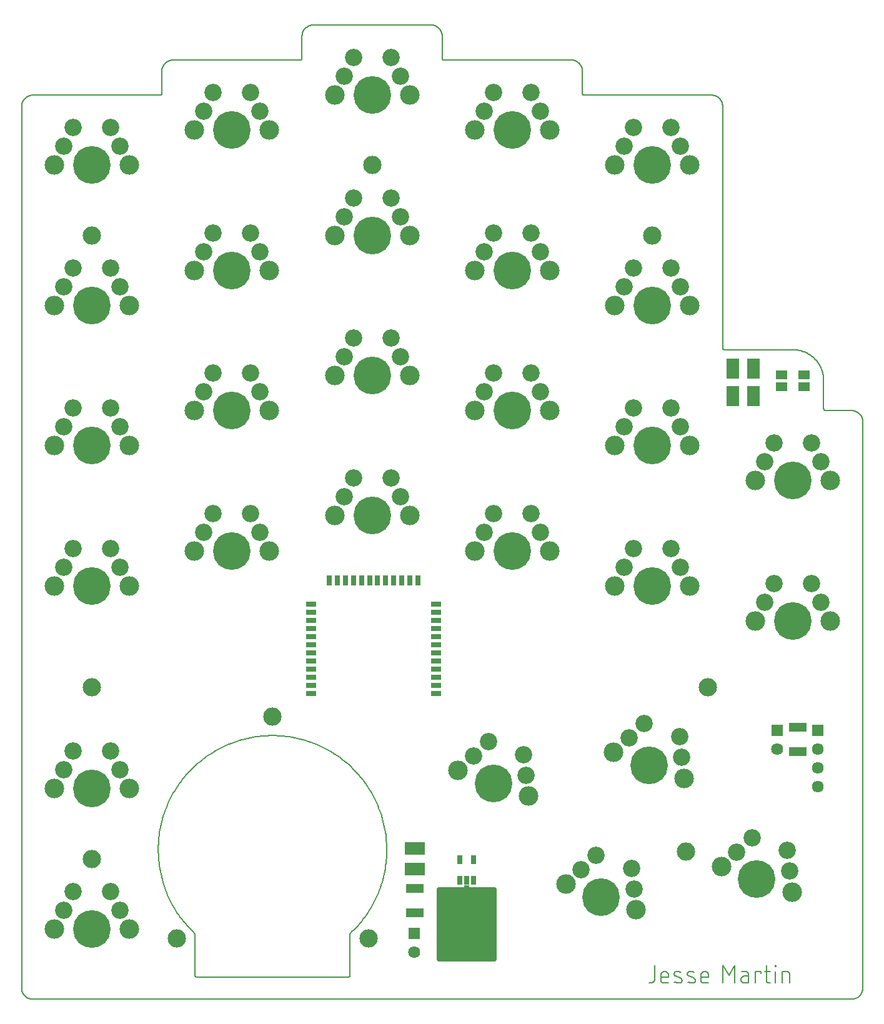
<source format=gts>
G75*
%MOIN*%
%OFA0B0*%
%FSLAX25Y25*%
%IPPOS*%
%LPD*%
%AMOC8*
5,1,8,0,0,1.08239X$1,22.5*
%
%ADD10C,0.00600*%
%ADD11C,0.00800*%
%ADD12R,0.02756X0.01772*%
%ADD13C,0.02000*%
%ADD14C,0.09250*%
%ADD15C,0.10450*%
%ADD16C,0.20100*%
%ADD17R,0.02900X0.05400*%
%ADD18R,0.05400X0.02900*%
%ADD19R,0.05912X0.04731*%
%ADD20R,0.06337X0.06337*%
%ADD21C,0.06337*%
%ADD22R,0.02762X0.04731*%
%ADD23R,0.11030X0.06699*%
%ADD24R,0.06699X0.11030*%
%ADD25R,0.09455X0.04731*%
%ADD26R,0.06400X0.06400*%
%ADD27C,0.06400*%
%ADD28C,0.09775*%
D10*
X0089883Y0074135D02*
X0089883Y0544607D01*
X0089882Y0544607D02*
X0089884Y0544759D01*
X0089890Y0544911D01*
X0089900Y0545063D01*
X0089913Y0545214D01*
X0089931Y0545365D01*
X0089952Y0545516D01*
X0089978Y0545666D01*
X0090007Y0545815D01*
X0090040Y0545964D01*
X0090077Y0546111D01*
X0090117Y0546258D01*
X0090162Y0546403D01*
X0090210Y0546547D01*
X0090262Y0546690D01*
X0090317Y0546832D01*
X0090376Y0546972D01*
X0090439Y0547111D01*
X0090505Y0547248D01*
X0090575Y0547383D01*
X0090648Y0547516D01*
X0090725Y0547647D01*
X0090805Y0547777D01*
X0090888Y0547904D01*
X0090974Y0548029D01*
X0091064Y0548152D01*
X0091157Y0548272D01*
X0091253Y0548390D01*
X0091352Y0548506D01*
X0091454Y0548619D01*
X0091558Y0548729D01*
X0091666Y0548837D01*
X0091776Y0548941D01*
X0091889Y0549043D01*
X0092005Y0549142D01*
X0092123Y0549238D01*
X0092243Y0549331D01*
X0092366Y0549421D01*
X0092491Y0549507D01*
X0092618Y0549590D01*
X0092748Y0549670D01*
X0092879Y0549747D01*
X0093012Y0549820D01*
X0093147Y0549890D01*
X0093284Y0549956D01*
X0093423Y0550019D01*
X0093563Y0550078D01*
X0093705Y0550133D01*
X0093848Y0550185D01*
X0093992Y0550233D01*
X0094137Y0550278D01*
X0094284Y0550318D01*
X0094431Y0550355D01*
X0094580Y0550388D01*
X0094729Y0550417D01*
X0094879Y0550443D01*
X0095030Y0550464D01*
X0095181Y0550482D01*
X0095332Y0550495D01*
X0095484Y0550505D01*
X0095636Y0550511D01*
X0095788Y0550513D01*
X0163702Y0550513D01*
X0163764Y0550515D01*
X0163825Y0550521D01*
X0163886Y0550530D01*
X0163947Y0550544D01*
X0164006Y0550561D01*
X0164064Y0550582D01*
X0164121Y0550607D01*
X0164176Y0550635D01*
X0164229Y0550666D01*
X0164280Y0550701D01*
X0164329Y0550739D01*
X0164376Y0550780D01*
X0164419Y0550823D01*
X0164460Y0550870D01*
X0164498Y0550919D01*
X0164533Y0550970D01*
X0164564Y0551023D01*
X0164592Y0551078D01*
X0164617Y0551135D01*
X0164638Y0551193D01*
X0164655Y0551252D01*
X0164669Y0551313D01*
X0164678Y0551374D01*
X0164684Y0551435D01*
X0164686Y0551497D01*
X0164686Y0563308D01*
X0164685Y0563308D02*
X0164687Y0563460D01*
X0164693Y0563612D01*
X0164703Y0563764D01*
X0164716Y0563915D01*
X0164734Y0564066D01*
X0164755Y0564217D01*
X0164781Y0564367D01*
X0164810Y0564516D01*
X0164843Y0564665D01*
X0164880Y0564812D01*
X0164920Y0564959D01*
X0164965Y0565104D01*
X0165013Y0565248D01*
X0165065Y0565391D01*
X0165120Y0565533D01*
X0165179Y0565673D01*
X0165242Y0565812D01*
X0165308Y0565949D01*
X0165378Y0566084D01*
X0165451Y0566217D01*
X0165528Y0566348D01*
X0165608Y0566478D01*
X0165691Y0566605D01*
X0165777Y0566730D01*
X0165867Y0566853D01*
X0165960Y0566973D01*
X0166056Y0567091D01*
X0166155Y0567207D01*
X0166257Y0567320D01*
X0166361Y0567430D01*
X0166469Y0567538D01*
X0166579Y0567642D01*
X0166692Y0567744D01*
X0166808Y0567843D01*
X0166926Y0567939D01*
X0167046Y0568032D01*
X0167169Y0568122D01*
X0167294Y0568208D01*
X0167421Y0568291D01*
X0167551Y0568371D01*
X0167682Y0568448D01*
X0167815Y0568521D01*
X0167950Y0568591D01*
X0168087Y0568657D01*
X0168226Y0568720D01*
X0168366Y0568779D01*
X0168508Y0568834D01*
X0168651Y0568886D01*
X0168795Y0568934D01*
X0168940Y0568979D01*
X0169087Y0569019D01*
X0169234Y0569056D01*
X0169383Y0569089D01*
X0169532Y0569118D01*
X0169682Y0569144D01*
X0169833Y0569165D01*
X0169984Y0569183D01*
X0170135Y0569196D01*
X0170287Y0569206D01*
X0170439Y0569212D01*
X0170591Y0569214D01*
X0170591Y0569213D02*
X0238505Y0569213D01*
X0238505Y0569214D02*
X0238567Y0569216D01*
X0238628Y0569222D01*
X0238689Y0569231D01*
X0238750Y0569245D01*
X0238809Y0569262D01*
X0238867Y0569283D01*
X0238924Y0569308D01*
X0238979Y0569336D01*
X0239032Y0569367D01*
X0239083Y0569402D01*
X0239132Y0569440D01*
X0239179Y0569481D01*
X0239222Y0569524D01*
X0239263Y0569571D01*
X0239301Y0569620D01*
X0239336Y0569671D01*
X0239367Y0569724D01*
X0239395Y0569779D01*
X0239420Y0569836D01*
X0239441Y0569894D01*
X0239458Y0569953D01*
X0239472Y0570014D01*
X0239481Y0570075D01*
X0239487Y0570136D01*
X0239489Y0570198D01*
X0239489Y0582009D01*
X0239488Y0582009D02*
X0239490Y0582161D01*
X0239496Y0582313D01*
X0239506Y0582465D01*
X0239519Y0582616D01*
X0239537Y0582767D01*
X0239558Y0582918D01*
X0239584Y0583068D01*
X0239613Y0583217D01*
X0239646Y0583366D01*
X0239683Y0583513D01*
X0239723Y0583660D01*
X0239768Y0583805D01*
X0239816Y0583949D01*
X0239868Y0584092D01*
X0239923Y0584234D01*
X0239982Y0584374D01*
X0240045Y0584513D01*
X0240111Y0584650D01*
X0240181Y0584785D01*
X0240254Y0584918D01*
X0240331Y0585049D01*
X0240411Y0585179D01*
X0240494Y0585306D01*
X0240580Y0585431D01*
X0240670Y0585554D01*
X0240763Y0585674D01*
X0240859Y0585792D01*
X0240958Y0585908D01*
X0241060Y0586021D01*
X0241164Y0586131D01*
X0241272Y0586239D01*
X0241382Y0586343D01*
X0241495Y0586445D01*
X0241611Y0586544D01*
X0241729Y0586640D01*
X0241849Y0586733D01*
X0241972Y0586823D01*
X0242097Y0586909D01*
X0242224Y0586992D01*
X0242354Y0587072D01*
X0242485Y0587149D01*
X0242618Y0587222D01*
X0242753Y0587292D01*
X0242890Y0587358D01*
X0243029Y0587421D01*
X0243169Y0587480D01*
X0243311Y0587535D01*
X0243454Y0587587D01*
X0243598Y0587635D01*
X0243743Y0587680D01*
X0243890Y0587720D01*
X0244037Y0587757D01*
X0244186Y0587790D01*
X0244335Y0587819D01*
X0244485Y0587845D01*
X0244636Y0587866D01*
X0244787Y0587884D01*
X0244938Y0587897D01*
X0245090Y0587907D01*
X0245242Y0587913D01*
X0245394Y0587915D01*
X0245394Y0587914D02*
X0308387Y0587914D01*
X0308387Y0587915D02*
X0308539Y0587913D01*
X0308691Y0587907D01*
X0308843Y0587897D01*
X0308994Y0587884D01*
X0309145Y0587866D01*
X0309296Y0587845D01*
X0309446Y0587819D01*
X0309595Y0587790D01*
X0309744Y0587757D01*
X0309891Y0587720D01*
X0310038Y0587680D01*
X0310183Y0587635D01*
X0310327Y0587587D01*
X0310470Y0587535D01*
X0310612Y0587480D01*
X0310752Y0587421D01*
X0310891Y0587358D01*
X0311028Y0587292D01*
X0311163Y0587222D01*
X0311296Y0587149D01*
X0311427Y0587072D01*
X0311557Y0586992D01*
X0311684Y0586909D01*
X0311809Y0586823D01*
X0311932Y0586733D01*
X0312052Y0586640D01*
X0312170Y0586544D01*
X0312286Y0586445D01*
X0312399Y0586343D01*
X0312509Y0586239D01*
X0312617Y0586131D01*
X0312721Y0586021D01*
X0312823Y0585908D01*
X0312922Y0585792D01*
X0313018Y0585674D01*
X0313111Y0585554D01*
X0313201Y0585431D01*
X0313287Y0585306D01*
X0313370Y0585179D01*
X0313450Y0585049D01*
X0313527Y0584918D01*
X0313600Y0584785D01*
X0313670Y0584650D01*
X0313736Y0584513D01*
X0313799Y0584374D01*
X0313858Y0584234D01*
X0313913Y0584092D01*
X0313965Y0583949D01*
X0314013Y0583805D01*
X0314058Y0583660D01*
X0314098Y0583513D01*
X0314135Y0583366D01*
X0314168Y0583217D01*
X0314197Y0583068D01*
X0314223Y0582918D01*
X0314244Y0582767D01*
X0314262Y0582616D01*
X0314275Y0582465D01*
X0314285Y0582313D01*
X0314291Y0582161D01*
X0314293Y0582009D01*
X0314292Y0582009D02*
X0314292Y0570198D01*
X0314294Y0570136D01*
X0314300Y0570075D01*
X0314309Y0570014D01*
X0314323Y0569953D01*
X0314340Y0569894D01*
X0314361Y0569836D01*
X0314386Y0569779D01*
X0314414Y0569724D01*
X0314445Y0569671D01*
X0314480Y0569620D01*
X0314518Y0569571D01*
X0314559Y0569524D01*
X0314602Y0569481D01*
X0314649Y0569440D01*
X0314698Y0569402D01*
X0314749Y0569367D01*
X0314802Y0569336D01*
X0314857Y0569308D01*
X0314914Y0569283D01*
X0314972Y0569262D01*
X0315031Y0569245D01*
X0315092Y0569231D01*
X0315153Y0569222D01*
X0315214Y0569216D01*
X0315276Y0569214D01*
X0315276Y0569213D02*
X0383190Y0569213D01*
X0383190Y0569214D02*
X0383342Y0569212D01*
X0383494Y0569206D01*
X0383646Y0569196D01*
X0383797Y0569183D01*
X0383948Y0569165D01*
X0384099Y0569144D01*
X0384249Y0569118D01*
X0384398Y0569089D01*
X0384547Y0569056D01*
X0384694Y0569019D01*
X0384841Y0568979D01*
X0384986Y0568934D01*
X0385130Y0568886D01*
X0385273Y0568834D01*
X0385415Y0568779D01*
X0385555Y0568720D01*
X0385694Y0568657D01*
X0385831Y0568591D01*
X0385966Y0568521D01*
X0386099Y0568448D01*
X0386230Y0568371D01*
X0386360Y0568291D01*
X0386487Y0568208D01*
X0386612Y0568122D01*
X0386735Y0568032D01*
X0386855Y0567939D01*
X0386973Y0567843D01*
X0387089Y0567744D01*
X0387202Y0567642D01*
X0387312Y0567538D01*
X0387420Y0567430D01*
X0387524Y0567320D01*
X0387626Y0567207D01*
X0387725Y0567091D01*
X0387821Y0566973D01*
X0387914Y0566853D01*
X0388004Y0566730D01*
X0388090Y0566605D01*
X0388173Y0566478D01*
X0388253Y0566348D01*
X0388330Y0566217D01*
X0388403Y0566084D01*
X0388473Y0565949D01*
X0388539Y0565812D01*
X0388602Y0565673D01*
X0388661Y0565533D01*
X0388716Y0565391D01*
X0388768Y0565248D01*
X0388816Y0565104D01*
X0388861Y0564959D01*
X0388901Y0564812D01*
X0388938Y0564665D01*
X0388971Y0564516D01*
X0389000Y0564367D01*
X0389026Y0564217D01*
X0389047Y0564066D01*
X0389065Y0563915D01*
X0389078Y0563764D01*
X0389088Y0563612D01*
X0389094Y0563460D01*
X0389096Y0563308D01*
X0389095Y0563308D02*
X0389095Y0551497D01*
X0389096Y0551497D02*
X0389098Y0551435D01*
X0389104Y0551374D01*
X0389113Y0551313D01*
X0389127Y0551252D01*
X0389144Y0551193D01*
X0389165Y0551135D01*
X0389190Y0551078D01*
X0389218Y0551023D01*
X0389249Y0550970D01*
X0389284Y0550919D01*
X0389322Y0550870D01*
X0389363Y0550823D01*
X0389406Y0550780D01*
X0389453Y0550739D01*
X0389502Y0550701D01*
X0389553Y0550666D01*
X0389606Y0550635D01*
X0389661Y0550607D01*
X0389718Y0550582D01*
X0389776Y0550561D01*
X0389835Y0550544D01*
X0389896Y0550530D01*
X0389957Y0550521D01*
X0390018Y0550515D01*
X0390080Y0550513D01*
X0457993Y0550513D01*
X0458145Y0550511D01*
X0458297Y0550505D01*
X0458449Y0550495D01*
X0458600Y0550482D01*
X0458751Y0550464D01*
X0458902Y0550443D01*
X0459052Y0550417D01*
X0459201Y0550388D01*
X0459350Y0550355D01*
X0459497Y0550318D01*
X0459644Y0550278D01*
X0459789Y0550233D01*
X0459933Y0550185D01*
X0460076Y0550133D01*
X0460218Y0550078D01*
X0460358Y0550019D01*
X0460497Y0549956D01*
X0460634Y0549890D01*
X0460769Y0549820D01*
X0460902Y0549747D01*
X0461033Y0549670D01*
X0461163Y0549590D01*
X0461290Y0549507D01*
X0461415Y0549421D01*
X0461538Y0549331D01*
X0461658Y0549238D01*
X0461776Y0549142D01*
X0461892Y0549043D01*
X0462005Y0548941D01*
X0462115Y0548837D01*
X0462223Y0548729D01*
X0462327Y0548619D01*
X0462429Y0548506D01*
X0462528Y0548390D01*
X0462624Y0548272D01*
X0462717Y0548152D01*
X0462807Y0548029D01*
X0462893Y0547904D01*
X0462976Y0547777D01*
X0463056Y0547647D01*
X0463133Y0547516D01*
X0463206Y0547383D01*
X0463276Y0547248D01*
X0463342Y0547111D01*
X0463405Y0546972D01*
X0463464Y0546832D01*
X0463519Y0546690D01*
X0463571Y0546547D01*
X0463619Y0546403D01*
X0463664Y0546258D01*
X0463704Y0546111D01*
X0463741Y0545964D01*
X0463774Y0545815D01*
X0463803Y0545666D01*
X0463829Y0545516D01*
X0463850Y0545365D01*
X0463868Y0545214D01*
X0463881Y0545063D01*
X0463891Y0544911D01*
X0463897Y0544759D01*
X0463899Y0544607D01*
X0463898Y0544607D02*
X0463898Y0415670D01*
X0463899Y0415670D02*
X0463901Y0415608D01*
X0463907Y0415547D01*
X0463916Y0415486D01*
X0463930Y0415425D01*
X0463947Y0415366D01*
X0463968Y0415308D01*
X0463993Y0415251D01*
X0464021Y0415196D01*
X0464052Y0415143D01*
X0464087Y0415092D01*
X0464125Y0415043D01*
X0464166Y0414996D01*
X0464209Y0414953D01*
X0464256Y0414912D01*
X0464305Y0414874D01*
X0464356Y0414839D01*
X0464409Y0414808D01*
X0464464Y0414780D01*
X0464521Y0414755D01*
X0464579Y0414734D01*
X0464638Y0414717D01*
X0464699Y0414703D01*
X0464760Y0414694D01*
X0464821Y0414688D01*
X0464883Y0414686D01*
X0501300Y0414686D01*
X0501300Y0414685D02*
X0501700Y0414680D01*
X0502099Y0414666D01*
X0502498Y0414642D01*
X0502896Y0414608D01*
X0503293Y0414564D01*
X0503689Y0414511D01*
X0504084Y0414449D01*
X0504477Y0414377D01*
X0504868Y0414295D01*
X0505257Y0414205D01*
X0505644Y0414104D01*
X0506028Y0413995D01*
X0506410Y0413876D01*
X0506788Y0413748D01*
X0507163Y0413610D01*
X0507535Y0413464D01*
X0507903Y0413309D01*
X0508268Y0413145D01*
X0508628Y0412972D01*
X0508984Y0412791D01*
X0509336Y0412601D01*
X0509683Y0412403D01*
X0510025Y0412196D01*
X0510361Y0411981D01*
X0510693Y0411758D01*
X0511019Y0411527D01*
X0511339Y0411288D01*
X0511654Y0411042D01*
X0511962Y0410788D01*
X0512265Y0410527D01*
X0512561Y0410258D01*
X0512850Y0409982D01*
X0513132Y0409700D01*
X0513408Y0409411D01*
X0513677Y0409115D01*
X0513938Y0408812D01*
X0514192Y0408504D01*
X0514438Y0408189D01*
X0514677Y0407869D01*
X0514908Y0407543D01*
X0515131Y0407211D01*
X0515346Y0406875D01*
X0515553Y0406533D01*
X0515751Y0406186D01*
X0515941Y0405834D01*
X0516122Y0405478D01*
X0516295Y0405118D01*
X0516459Y0404753D01*
X0516614Y0404385D01*
X0516760Y0404013D01*
X0516898Y0403638D01*
X0517026Y0403260D01*
X0517145Y0402878D01*
X0517254Y0402494D01*
X0517355Y0402107D01*
X0517445Y0401718D01*
X0517527Y0401327D01*
X0517599Y0400934D01*
X0517661Y0400539D01*
X0517714Y0400143D01*
X0517758Y0399746D01*
X0517792Y0399348D01*
X0517816Y0398949D01*
X0517830Y0398550D01*
X0517835Y0398150D01*
X0517835Y0383190D01*
X0517836Y0383190D02*
X0517838Y0383128D01*
X0517844Y0383067D01*
X0517853Y0383006D01*
X0517867Y0382945D01*
X0517884Y0382886D01*
X0517905Y0382828D01*
X0517930Y0382771D01*
X0517958Y0382716D01*
X0517989Y0382663D01*
X0518024Y0382612D01*
X0518062Y0382563D01*
X0518103Y0382516D01*
X0518146Y0382473D01*
X0518193Y0382432D01*
X0518242Y0382394D01*
X0518293Y0382359D01*
X0518346Y0382328D01*
X0518401Y0382300D01*
X0518458Y0382275D01*
X0518516Y0382254D01*
X0518575Y0382237D01*
X0518636Y0382223D01*
X0518697Y0382214D01*
X0518758Y0382208D01*
X0518820Y0382206D01*
X0532796Y0382206D01*
X0532948Y0382204D01*
X0533100Y0382198D01*
X0533252Y0382188D01*
X0533403Y0382175D01*
X0533554Y0382157D01*
X0533705Y0382136D01*
X0533855Y0382110D01*
X0534004Y0382081D01*
X0534153Y0382048D01*
X0534300Y0382011D01*
X0534447Y0381971D01*
X0534592Y0381926D01*
X0534736Y0381878D01*
X0534879Y0381826D01*
X0535021Y0381771D01*
X0535161Y0381712D01*
X0535300Y0381649D01*
X0535437Y0381583D01*
X0535572Y0381513D01*
X0535705Y0381440D01*
X0535836Y0381363D01*
X0535966Y0381283D01*
X0536093Y0381200D01*
X0536218Y0381114D01*
X0536341Y0381024D01*
X0536461Y0380931D01*
X0536579Y0380835D01*
X0536695Y0380736D01*
X0536808Y0380634D01*
X0536918Y0380530D01*
X0537026Y0380422D01*
X0537130Y0380312D01*
X0537232Y0380199D01*
X0537331Y0380083D01*
X0537427Y0379965D01*
X0537520Y0379845D01*
X0537610Y0379722D01*
X0537696Y0379597D01*
X0537779Y0379470D01*
X0537859Y0379340D01*
X0537936Y0379209D01*
X0538009Y0379076D01*
X0538079Y0378941D01*
X0538145Y0378804D01*
X0538208Y0378665D01*
X0538267Y0378525D01*
X0538322Y0378383D01*
X0538374Y0378240D01*
X0538422Y0378096D01*
X0538467Y0377951D01*
X0538507Y0377804D01*
X0538544Y0377657D01*
X0538577Y0377508D01*
X0538606Y0377359D01*
X0538632Y0377209D01*
X0538653Y0377058D01*
X0538671Y0376907D01*
X0538684Y0376756D01*
X0538694Y0376604D01*
X0538700Y0376452D01*
X0538702Y0376300D01*
X0538702Y0074135D01*
X0538700Y0073983D01*
X0538694Y0073831D01*
X0538684Y0073679D01*
X0538671Y0073528D01*
X0538653Y0073377D01*
X0538632Y0073226D01*
X0538606Y0073076D01*
X0538577Y0072927D01*
X0538544Y0072778D01*
X0538507Y0072631D01*
X0538467Y0072484D01*
X0538422Y0072339D01*
X0538374Y0072195D01*
X0538322Y0072052D01*
X0538267Y0071910D01*
X0538208Y0071770D01*
X0538145Y0071631D01*
X0538079Y0071494D01*
X0538009Y0071359D01*
X0537936Y0071226D01*
X0537859Y0071095D01*
X0537779Y0070965D01*
X0537696Y0070838D01*
X0537610Y0070713D01*
X0537520Y0070590D01*
X0537427Y0070470D01*
X0537331Y0070352D01*
X0537232Y0070236D01*
X0537130Y0070123D01*
X0537026Y0070013D01*
X0536918Y0069905D01*
X0536808Y0069801D01*
X0536695Y0069699D01*
X0536579Y0069600D01*
X0536461Y0069504D01*
X0536341Y0069411D01*
X0536218Y0069321D01*
X0536093Y0069235D01*
X0535966Y0069152D01*
X0535836Y0069072D01*
X0535705Y0068995D01*
X0535572Y0068922D01*
X0535437Y0068852D01*
X0535300Y0068786D01*
X0535161Y0068723D01*
X0535021Y0068664D01*
X0534879Y0068609D01*
X0534736Y0068557D01*
X0534592Y0068509D01*
X0534447Y0068464D01*
X0534300Y0068424D01*
X0534153Y0068387D01*
X0534004Y0068354D01*
X0533855Y0068325D01*
X0533705Y0068299D01*
X0533554Y0068278D01*
X0533403Y0068260D01*
X0533252Y0068247D01*
X0533100Y0068237D01*
X0532948Y0068231D01*
X0532796Y0068229D01*
X0095788Y0068229D01*
X0095636Y0068231D01*
X0095484Y0068237D01*
X0095332Y0068247D01*
X0095181Y0068260D01*
X0095030Y0068278D01*
X0094879Y0068299D01*
X0094729Y0068325D01*
X0094580Y0068354D01*
X0094431Y0068387D01*
X0094284Y0068424D01*
X0094137Y0068464D01*
X0093992Y0068509D01*
X0093848Y0068557D01*
X0093705Y0068609D01*
X0093563Y0068664D01*
X0093423Y0068723D01*
X0093284Y0068786D01*
X0093147Y0068852D01*
X0093012Y0068922D01*
X0092879Y0068995D01*
X0092748Y0069072D01*
X0092618Y0069152D01*
X0092491Y0069235D01*
X0092366Y0069321D01*
X0092243Y0069411D01*
X0092123Y0069504D01*
X0092005Y0069600D01*
X0091889Y0069699D01*
X0091776Y0069801D01*
X0091666Y0069905D01*
X0091558Y0070013D01*
X0091454Y0070123D01*
X0091352Y0070236D01*
X0091253Y0070352D01*
X0091157Y0070470D01*
X0091064Y0070590D01*
X0090974Y0070713D01*
X0090888Y0070838D01*
X0090805Y0070965D01*
X0090725Y0071095D01*
X0090648Y0071226D01*
X0090575Y0071359D01*
X0090505Y0071494D01*
X0090439Y0071631D01*
X0090376Y0071770D01*
X0090317Y0071910D01*
X0090262Y0072052D01*
X0090210Y0072195D01*
X0090162Y0072339D01*
X0090117Y0072484D01*
X0090077Y0072631D01*
X0090040Y0072778D01*
X0090007Y0072927D01*
X0089978Y0073076D01*
X0089952Y0073226D01*
X0089931Y0073377D01*
X0089913Y0073528D01*
X0089900Y0073679D01*
X0089890Y0073831D01*
X0089884Y0073983D01*
X0089882Y0074135D01*
X0182402Y0081024D02*
X0182402Y0103072D01*
X0182403Y0081024D02*
X0182405Y0080962D01*
X0182411Y0080901D01*
X0182420Y0080840D01*
X0182434Y0080779D01*
X0182451Y0080720D01*
X0182472Y0080662D01*
X0182497Y0080605D01*
X0182525Y0080550D01*
X0182556Y0080497D01*
X0182591Y0080446D01*
X0182629Y0080397D01*
X0182670Y0080350D01*
X0182713Y0080307D01*
X0182760Y0080266D01*
X0182809Y0080228D01*
X0182860Y0080193D01*
X0182913Y0080162D01*
X0182968Y0080134D01*
X0183025Y0080109D01*
X0183083Y0080088D01*
X0183142Y0080071D01*
X0183203Y0080057D01*
X0183264Y0080048D01*
X0183325Y0080042D01*
X0183387Y0080040D01*
X0264095Y0080040D01*
X0264157Y0080042D01*
X0264218Y0080048D01*
X0264279Y0080057D01*
X0264340Y0080071D01*
X0264399Y0080088D01*
X0264457Y0080109D01*
X0264514Y0080134D01*
X0264569Y0080162D01*
X0264622Y0080193D01*
X0264673Y0080228D01*
X0264722Y0080266D01*
X0264769Y0080307D01*
X0264812Y0080350D01*
X0264853Y0080397D01*
X0264891Y0080446D01*
X0264926Y0080497D01*
X0264957Y0080550D01*
X0264985Y0080605D01*
X0265010Y0080662D01*
X0265031Y0080720D01*
X0265048Y0080779D01*
X0265062Y0080840D01*
X0265071Y0080901D01*
X0265077Y0080962D01*
X0265079Y0081024D01*
X0265080Y0081024D02*
X0265080Y0103072D01*
X0265079Y0103072D02*
X0266162Y0104096D01*
X0267219Y0105146D01*
X0268250Y0106222D01*
X0269255Y0107322D01*
X0270232Y0108447D01*
X0271182Y0109595D01*
X0272103Y0110767D01*
X0272995Y0111960D01*
X0273858Y0113175D01*
X0274691Y0114411D01*
X0275493Y0115666D01*
X0276265Y0116941D01*
X0277005Y0118235D01*
X0277713Y0119546D01*
X0278389Y0120874D01*
X0279033Y0122218D01*
X0279643Y0123577D01*
X0280220Y0124951D01*
X0280763Y0126339D01*
X0281272Y0127739D01*
X0281746Y0129152D01*
X0282186Y0130576D01*
X0282591Y0132010D01*
X0282961Y0133453D01*
X0283295Y0134905D01*
X0283594Y0136365D01*
X0283857Y0137832D01*
X0284084Y0139305D01*
X0284275Y0140783D01*
X0284430Y0142265D01*
X0284549Y0143750D01*
X0284631Y0145238D01*
X0284677Y0146727D01*
X0284686Y0148217D01*
X0284659Y0149707D01*
X0284595Y0151196D01*
X0284495Y0152683D01*
X0284359Y0154167D01*
X0284187Y0155647D01*
X0283978Y0157122D01*
X0283734Y0158592D01*
X0283453Y0160056D01*
X0283137Y0161512D01*
X0282785Y0162960D01*
X0282399Y0164399D01*
X0281977Y0165828D01*
X0281520Y0167247D01*
X0281028Y0168654D01*
X0280503Y0170048D01*
X0279943Y0171429D01*
X0279350Y0172796D01*
X0278724Y0174148D01*
X0278064Y0175484D01*
X0277373Y0176804D01*
X0276649Y0178107D01*
X0275893Y0179391D01*
X0275107Y0180657D01*
X0274290Y0181903D01*
X0273442Y0183129D01*
X0272565Y0184333D01*
X0271658Y0185516D01*
X0270723Y0186676D01*
X0269760Y0187813D01*
X0268769Y0188926D01*
X0267752Y0190015D01*
X0266708Y0191078D01*
X0265638Y0192116D01*
X0264544Y0193127D01*
X0263425Y0194111D01*
X0262282Y0195067D01*
X0261116Y0195995D01*
X0259928Y0196895D01*
X0258718Y0197765D01*
X0257488Y0198605D01*
X0256237Y0199415D01*
X0254967Y0200194D01*
X0253678Y0200942D01*
X0252371Y0201658D01*
X0251047Y0202342D01*
X0249707Y0202993D01*
X0248351Y0203611D01*
X0246980Y0204196D01*
X0245596Y0204748D01*
X0244198Y0205265D01*
X0242789Y0205748D01*
X0241368Y0206196D01*
X0239936Y0206610D01*
X0238495Y0206988D01*
X0237045Y0207331D01*
X0235587Y0207639D01*
X0234121Y0207910D01*
X0232650Y0208146D01*
X0231173Y0208346D01*
X0229692Y0208510D01*
X0228208Y0208637D01*
X0226720Y0208728D01*
X0225231Y0208783D01*
X0223741Y0208801D01*
X0222251Y0208783D01*
X0220762Y0208728D01*
X0219274Y0208637D01*
X0217790Y0208510D01*
X0216309Y0208346D01*
X0214832Y0208146D01*
X0213361Y0207910D01*
X0211895Y0207639D01*
X0210437Y0207331D01*
X0208987Y0206988D01*
X0207546Y0206610D01*
X0206114Y0206196D01*
X0204693Y0205748D01*
X0203284Y0205265D01*
X0201886Y0204748D01*
X0200502Y0204196D01*
X0199131Y0203611D01*
X0197775Y0202993D01*
X0196435Y0202342D01*
X0195111Y0201658D01*
X0193804Y0200942D01*
X0192515Y0200194D01*
X0191245Y0199415D01*
X0189994Y0198605D01*
X0188764Y0197765D01*
X0187554Y0196895D01*
X0186366Y0195995D01*
X0185200Y0195067D01*
X0184057Y0194111D01*
X0182938Y0193127D01*
X0181844Y0192116D01*
X0180774Y0191078D01*
X0179730Y0190015D01*
X0178713Y0188926D01*
X0177722Y0187813D01*
X0176759Y0186676D01*
X0175824Y0185516D01*
X0174917Y0184333D01*
X0174040Y0183129D01*
X0173192Y0181903D01*
X0172375Y0180657D01*
X0171589Y0179391D01*
X0170833Y0178107D01*
X0170109Y0176804D01*
X0169418Y0175484D01*
X0168758Y0174148D01*
X0168132Y0172796D01*
X0167539Y0171429D01*
X0166979Y0170048D01*
X0166454Y0168654D01*
X0165962Y0167247D01*
X0165505Y0165828D01*
X0165083Y0164399D01*
X0164697Y0162960D01*
X0164345Y0161512D01*
X0164029Y0160056D01*
X0163748Y0158592D01*
X0163504Y0157122D01*
X0163295Y0155647D01*
X0163123Y0154167D01*
X0162987Y0152683D01*
X0162887Y0151196D01*
X0162823Y0149707D01*
X0162796Y0148217D01*
X0162805Y0146727D01*
X0162851Y0145238D01*
X0162933Y0143750D01*
X0163052Y0142265D01*
X0163207Y0140783D01*
X0163398Y0139305D01*
X0163625Y0137832D01*
X0163888Y0136365D01*
X0164187Y0134905D01*
X0164521Y0133453D01*
X0164891Y0132010D01*
X0165296Y0130576D01*
X0165736Y0129152D01*
X0166210Y0127739D01*
X0166719Y0126339D01*
X0167262Y0124951D01*
X0167839Y0123577D01*
X0168449Y0122218D01*
X0169093Y0120874D01*
X0169769Y0119546D01*
X0170477Y0118235D01*
X0171217Y0116941D01*
X0171989Y0115666D01*
X0172791Y0114411D01*
X0173624Y0113175D01*
X0174487Y0111960D01*
X0175379Y0110767D01*
X0176300Y0109595D01*
X0177250Y0108447D01*
X0178227Y0107322D01*
X0179232Y0106222D01*
X0180263Y0105146D01*
X0181320Y0104096D01*
X0182403Y0103072D01*
D11*
X0424535Y0076897D02*
X0425557Y0076897D01*
X0425646Y0076899D01*
X0425735Y0076905D01*
X0425824Y0076914D01*
X0425912Y0076928D01*
X0425999Y0076945D01*
X0426086Y0076967D01*
X0426172Y0076992D01*
X0426256Y0077020D01*
X0426339Y0077053D01*
X0426421Y0077089D01*
X0426501Y0077128D01*
X0426579Y0077171D01*
X0426655Y0077217D01*
X0426729Y0077267D01*
X0426801Y0077319D01*
X0426871Y0077375D01*
X0426938Y0077434D01*
X0427002Y0077496D01*
X0427064Y0077560D01*
X0427123Y0077627D01*
X0427179Y0077697D01*
X0427231Y0077769D01*
X0427281Y0077843D01*
X0427327Y0077919D01*
X0427370Y0077997D01*
X0427409Y0078077D01*
X0427445Y0078159D01*
X0427478Y0078242D01*
X0427506Y0078326D01*
X0427531Y0078412D01*
X0427553Y0078499D01*
X0427570Y0078586D01*
X0427584Y0078674D01*
X0427593Y0078763D01*
X0427599Y0078852D01*
X0427601Y0078941D01*
X0427601Y0086097D01*
X0430936Y0080986D02*
X0430936Y0078430D01*
X0430938Y0078355D01*
X0430943Y0078280D01*
X0430953Y0078205D01*
X0430965Y0078131D01*
X0430982Y0078058D01*
X0431002Y0077985D01*
X0431026Y0077914D01*
X0431053Y0077843D01*
X0431083Y0077775D01*
X0431117Y0077707D01*
X0431154Y0077642D01*
X0431194Y0077578D01*
X0431238Y0077517D01*
X0431284Y0077457D01*
X0431333Y0077401D01*
X0431385Y0077346D01*
X0431440Y0077294D01*
X0431496Y0077245D01*
X0431556Y0077199D01*
X0431617Y0077155D01*
X0431681Y0077115D01*
X0431746Y0077078D01*
X0431814Y0077044D01*
X0431882Y0077014D01*
X0431953Y0076987D01*
X0432024Y0076963D01*
X0432097Y0076943D01*
X0432170Y0076926D01*
X0432244Y0076914D01*
X0432319Y0076904D01*
X0432394Y0076899D01*
X0432469Y0076897D01*
X0435024Y0076897D01*
X0435024Y0079964D02*
X0430936Y0079964D01*
X0430936Y0080986D02*
X0430938Y0081075D01*
X0430944Y0081164D01*
X0430953Y0081253D01*
X0430967Y0081341D01*
X0430984Y0081428D01*
X0431006Y0081515D01*
X0431031Y0081601D01*
X0431059Y0081685D01*
X0431092Y0081768D01*
X0431128Y0081850D01*
X0431167Y0081930D01*
X0431210Y0082008D01*
X0431256Y0082084D01*
X0431306Y0082158D01*
X0431358Y0082230D01*
X0431414Y0082300D01*
X0431473Y0082367D01*
X0431535Y0082431D01*
X0431599Y0082493D01*
X0431666Y0082552D01*
X0431736Y0082608D01*
X0431808Y0082660D01*
X0431882Y0082710D01*
X0431958Y0082756D01*
X0432036Y0082799D01*
X0432116Y0082838D01*
X0432198Y0082874D01*
X0432281Y0082907D01*
X0432365Y0082935D01*
X0432451Y0082960D01*
X0432538Y0082982D01*
X0432625Y0082999D01*
X0432713Y0083013D01*
X0432802Y0083022D01*
X0432891Y0083028D01*
X0432980Y0083030D01*
X0433069Y0083028D01*
X0433158Y0083022D01*
X0433247Y0083013D01*
X0433335Y0082999D01*
X0433422Y0082982D01*
X0433509Y0082960D01*
X0433595Y0082935D01*
X0433679Y0082907D01*
X0433762Y0082874D01*
X0433844Y0082838D01*
X0433924Y0082799D01*
X0434002Y0082756D01*
X0434078Y0082710D01*
X0434152Y0082660D01*
X0434224Y0082608D01*
X0434294Y0082552D01*
X0434361Y0082493D01*
X0434425Y0082431D01*
X0434487Y0082367D01*
X0434546Y0082300D01*
X0434602Y0082230D01*
X0434654Y0082158D01*
X0434704Y0082084D01*
X0434750Y0082008D01*
X0434793Y0081930D01*
X0434832Y0081850D01*
X0434868Y0081768D01*
X0434901Y0081685D01*
X0434929Y0081601D01*
X0434954Y0081515D01*
X0434976Y0081428D01*
X0434993Y0081341D01*
X0435007Y0081253D01*
X0435016Y0081164D01*
X0435022Y0081075D01*
X0435024Y0080986D01*
X0435024Y0079964D01*
X0438826Y0080475D02*
X0441382Y0079452D01*
X0441448Y0079424D01*
X0441513Y0079391D01*
X0441576Y0079356D01*
X0441636Y0079317D01*
X0441695Y0079275D01*
X0441751Y0079229D01*
X0441804Y0079181D01*
X0441855Y0079130D01*
X0441903Y0079076D01*
X0441948Y0079020D01*
X0441990Y0078961D01*
X0442028Y0078900D01*
X0442064Y0078837D01*
X0442095Y0078772D01*
X0442123Y0078706D01*
X0442148Y0078638D01*
X0442169Y0078569D01*
X0442186Y0078499D01*
X0442199Y0078428D01*
X0442208Y0078357D01*
X0442214Y0078285D01*
X0442215Y0078213D01*
X0442213Y0078141D01*
X0442206Y0078069D01*
X0442196Y0077998D01*
X0442182Y0077927D01*
X0442164Y0077857D01*
X0442142Y0077788D01*
X0442117Y0077721D01*
X0442088Y0077655D01*
X0442055Y0077591D01*
X0442019Y0077528D01*
X0441979Y0077468D01*
X0441937Y0077410D01*
X0441891Y0077354D01*
X0441842Y0077301D01*
X0441791Y0077250D01*
X0441737Y0077203D01*
X0441680Y0077158D01*
X0441621Y0077117D01*
X0441560Y0077079D01*
X0441497Y0077044D01*
X0441432Y0077013D01*
X0441365Y0076985D01*
X0441297Y0076961D01*
X0441228Y0076941D01*
X0441158Y0076924D01*
X0441087Y0076912D01*
X0441015Y0076903D01*
X0440943Y0076898D01*
X0440871Y0076897D01*
X0441637Y0082519D02*
X0441501Y0082578D01*
X0441363Y0082634D01*
X0441225Y0082686D01*
X0441084Y0082735D01*
X0440943Y0082780D01*
X0440801Y0082821D01*
X0440657Y0082859D01*
X0440513Y0082893D01*
X0440368Y0082923D01*
X0440222Y0082950D01*
X0440076Y0082973D01*
X0439928Y0082992D01*
X0439781Y0083007D01*
X0439633Y0083019D01*
X0439485Y0083026D01*
X0439337Y0083030D01*
X0439265Y0083029D01*
X0439193Y0083024D01*
X0439121Y0083015D01*
X0439050Y0083003D01*
X0438980Y0082986D01*
X0438911Y0082966D01*
X0438843Y0082942D01*
X0438776Y0082914D01*
X0438711Y0082883D01*
X0438648Y0082848D01*
X0438587Y0082810D01*
X0438528Y0082769D01*
X0438471Y0082724D01*
X0438417Y0082677D01*
X0438366Y0082626D01*
X0438317Y0082573D01*
X0438271Y0082517D01*
X0438229Y0082459D01*
X0438189Y0082399D01*
X0438153Y0082336D01*
X0438120Y0082272D01*
X0438091Y0082206D01*
X0438066Y0082139D01*
X0438044Y0082070D01*
X0438026Y0082000D01*
X0438012Y0081929D01*
X0438002Y0081858D01*
X0437995Y0081786D01*
X0437993Y0081714D01*
X0437994Y0081642D01*
X0438000Y0081570D01*
X0438009Y0081499D01*
X0438022Y0081428D01*
X0438039Y0081358D01*
X0438060Y0081289D01*
X0438085Y0081221D01*
X0438113Y0081155D01*
X0438144Y0081090D01*
X0438180Y0081027D01*
X0438218Y0080966D01*
X0438260Y0080907D01*
X0438305Y0080851D01*
X0438353Y0080797D01*
X0438404Y0080746D01*
X0438457Y0080698D01*
X0438513Y0080652D01*
X0438572Y0080610D01*
X0438632Y0080571D01*
X0438695Y0080536D01*
X0438760Y0080503D01*
X0438826Y0080475D01*
X0438059Y0077408D02*
X0438253Y0077341D01*
X0438448Y0077278D01*
X0438645Y0077220D01*
X0438843Y0077167D01*
X0439042Y0077119D01*
X0439242Y0077075D01*
X0439443Y0077036D01*
X0439646Y0077002D01*
X0439848Y0076972D01*
X0440052Y0076947D01*
X0440256Y0076927D01*
X0440461Y0076912D01*
X0440665Y0076902D01*
X0440870Y0076897D01*
X0446461Y0083030D02*
X0446609Y0083026D01*
X0446757Y0083019D01*
X0446905Y0083007D01*
X0447052Y0082992D01*
X0447200Y0082973D01*
X0447346Y0082950D01*
X0447492Y0082923D01*
X0447637Y0082893D01*
X0447781Y0082859D01*
X0447925Y0082821D01*
X0448067Y0082780D01*
X0448208Y0082735D01*
X0448349Y0082686D01*
X0448487Y0082634D01*
X0448625Y0082578D01*
X0448761Y0082519D01*
X0446461Y0083030D02*
X0446389Y0083029D01*
X0446317Y0083024D01*
X0446245Y0083015D01*
X0446174Y0083003D01*
X0446104Y0082986D01*
X0446035Y0082966D01*
X0445967Y0082942D01*
X0445900Y0082914D01*
X0445835Y0082883D01*
X0445772Y0082848D01*
X0445711Y0082810D01*
X0445652Y0082769D01*
X0445595Y0082724D01*
X0445541Y0082677D01*
X0445490Y0082626D01*
X0445441Y0082573D01*
X0445395Y0082517D01*
X0445353Y0082459D01*
X0445313Y0082399D01*
X0445277Y0082336D01*
X0445244Y0082272D01*
X0445215Y0082206D01*
X0445190Y0082139D01*
X0445168Y0082070D01*
X0445150Y0082000D01*
X0445136Y0081929D01*
X0445126Y0081858D01*
X0445119Y0081786D01*
X0445117Y0081714D01*
X0445118Y0081642D01*
X0445124Y0081570D01*
X0445133Y0081499D01*
X0445146Y0081428D01*
X0445163Y0081358D01*
X0445184Y0081289D01*
X0445209Y0081221D01*
X0445237Y0081155D01*
X0445268Y0081090D01*
X0445304Y0081027D01*
X0445342Y0080966D01*
X0445384Y0080907D01*
X0445429Y0080851D01*
X0445477Y0080797D01*
X0445528Y0080746D01*
X0445581Y0080698D01*
X0445637Y0080652D01*
X0445696Y0080610D01*
X0445756Y0080571D01*
X0445819Y0080536D01*
X0445884Y0080503D01*
X0445950Y0080475D01*
X0448506Y0079452D01*
X0448572Y0079424D01*
X0448637Y0079391D01*
X0448700Y0079356D01*
X0448760Y0079317D01*
X0448819Y0079275D01*
X0448875Y0079229D01*
X0448928Y0079181D01*
X0448979Y0079130D01*
X0449027Y0079076D01*
X0449072Y0079020D01*
X0449114Y0078961D01*
X0449152Y0078900D01*
X0449188Y0078837D01*
X0449219Y0078772D01*
X0449247Y0078706D01*
X0449272Y0078638D01*
X0449293Y0078569D01*
X0449310Y0078499D01*
X0449323Y0078428D01*
X0449332Y0078357D01*
X0449338Y0078285D01*
X0449339Y0078213D01*
X0449337Y0078141D01*
X0449330Y0078069D01*
X0449320Y0077998D01*
X0449306Y0077927D01*
X0449288Y0077857D01*
X0449266Y0077788D01*
X0449241Y0077721D01*
X0449212Y0077655D01*
X0449179Y0077591D01*
X0449143Y0077528D01*
X0449103Y0077468D01*
X0449061Y0077410D01*
X0449015Y0077354D01*
X0448966Y0077301D01*
X0448915Y0077250D01*
X0448861Y0077203D01*
X0448804Y0077158D01*
X0448745Y0077117D01*
X0448684Y0077079D01*
X0448621Y0077044D01*
X0448556Y0077013D01*
X0448489Y0076985D01*
X0448421Y0076961D01*
X0448352Y0076941D01*
X0448282Y0076924D01*
X0448211Y0076912D01*
X0448139Y0076903D01*
X0448067Y0076898D01*
X0447995Y0076897D01*
X0452307Y0078430D02*
X0452307Y0080986D01*
X0452307Y0079964D02*
X0456396Y0079964D01*
X0456396Y0080986D01*
X0456394Y0081075D01*
X0456388Y0081164D01*
X0456379Y0081253D01*
X0456365Y0081341D01*
X0456348Y0081428D01*
X0456326Y0081515D01*
X0456301Y0081601D01*
X0456273Y0081685D01*
X0456240Y0081768D01*
X0456204Y0081850D01*
X0456165Y0081930D01*
X0456122Y0082008D01*
X0456076Y0082084D01*
X0456026Y0082158D01*
X0455974Y0082230D01*
X0455918Y0082300D01*
X0455859Y0082367D01*
X0455797Y0082431D01*
X0455733Y0082493D01*
X0455666Y0082552D01*
X0455596Y0082608D01*
X0455524Y0082660D01*
X0455450Y0082710D01*
X0455374Y0082756D01*
X0455296Y0082799D01*
X0455216Y0082838D01*
X0455134Y0082874D01*
X0455051Y0082907D01*
X0454967Y0082935D01*
X0454881Y0082960D01*
X0454794Y0082982D01*
X0454707Y0082999D01*
X0454619Y0083013D01*
X0454530Y0083022D01*
X0454441Y0083028D01*
X0454352Y0083030D01*
X0454263Y0083028D01*
X0454174Y0083022D01*
X0454085Y0083013D01*
X0453997Y0082999D01*
X0453910Y0082982D01*
X0453823Y0082960D01*
X0453737Y0082935D01*
X0453653Y0082907D01*
X0453570Y0082874D01*
X0453488Y0082838D01*
X0453408Y0082799D01*
X0453330Y0082756D01*
X0453254Y0082710D01*
X0453180Y0082660D01*
X0453108Y0082608D01*
X0453038Y0082552D01*
X0452971Y0082493D01*
X0452907Y0082431D01*
X0452845Y0082367D01*
X0452786Y0082300D01*
X0452730Y0082230D01*
X0452678Y0082158D01*
X0452628Y0082084D01*
X0452582Y0082008D01*
X0452539Y0081930D01*
X0452500Y0081850D01*
X0452464Y0081768D01*
X0452431Y0081685D01*
X0452403Y0081601D01*
X0452378Y0081515D01*
X0452356Y0081428D01*
X0452339Y0081341D01*
X0452325Y0081253D01*
X0452316Y0081164D01*
X0452310Y0081075D01*
X0452308Y0080986D01*
X0452308Y0078430D02*
X0452310Y0078355D01*
X0452315Y0078280D01*
X0452325Y0078205D01*
X0452337Y0078131D01*
X0452354Y0078058D01*
X0452374Y0077985D01*
X0452398Y0077914D01*
X0452425Y0077843D01*
X0452455Y0077775D01*
X0452489Y0077707D01*
X0452526Y0077642D01*
X0452566Y0077578D01*
X0452610Y0077517D01*
X0452656Y0077457D01*
X0452705Y0077401D01*
X0452757Y0077346D01*
X0452812Y0077294D01*
X0452868Y0077245D01*
X0452928Y0077199D01*
X0452989Y0077155D01*
X0453053Y0077115D01*
X0453118Y0077078D01*
X0453186Y0077044D01*
X0453254Y0077014D01*
X0453325Y0076987D01*
X0453396Y0076963D01*
X0453469Y0076943D01*
X0453542Y0076926D01*
X0453616Y0076914D01*
X0453691Y0076904D01*
X0453766Y0076899D01*
X0453841Y0076897D01*
X0456396Y0076897D01*
X0464163Y0076897D02*
X0464163Y0086097D01*
X0467230Y0080986D01*
X0470297Y0086097D01*
X0470297Y0076897D01*
X0475448Y0076897D02*
X0477748Y0076897D01*
X0477748Y0081497D01*
X0477748Y0080475D02*
X0475448Y0080475D01*
X0477748Y0081497D02*
X0477746Y0081572D01*
X0477741Y0081647D01*
X0477731Y0081722D01*
X0477719Y0081796D01*
X0477702Y0081869D01*
X0477682Y0081942D01*
X0477658Y0082013D01*
X0477631Y0082084D01*
X0477601Y0082152D01*
X0477567Y0082220D01*
X0477530Y0082285D01*
X0477490Y0082349D01*
X0477446Y0082410D01*
X0477400Y0082470D01*
X0477351Y0082526D01*
X0477299Y0082581D01*
X0477244Y0082633D01*
X0477188Y0082682D01*
X0477128Y0082728D01*
X0477067Y0082772D01*
X0477003Y0082812D01*
X0476938Y0082849D01*
X0476870Y0082883D01*
X0476802Y0082913D01*
X0476731Y0082940D01*
X0476660Y0082964D01*
X0476587Y0082984D01*
X0476514Y0083001D01*
X0476440Y0083013D01*
X0476365Y0083023D01*
X0476290Y0083028D01*
X0476215Y0083030D01*
X0474170Y0083030D01*
X0475448Y0080475D02*
X0475364Y0080473D01*
X0475280Y0080467D01*
X0475197Y0080457D01*
X0475114Y0080444D01*
X0475032Y0080426D01*
X0474951Y0080405D01*
X0474871Y0080379D01*
X0474793Y0080351D01*
X0474715Y0080318D01*
X0474640Y0080282D01*
X0474566Y0080242D01*
X0474494Y0080199D01*
X0474424Y0080153D01*
X0474356Y0080103D01*
X0474291Y0080050D01*
X0474228Y0079995D01*
X0474168Y0079936D01*
X0474111Y0079875D01*
X0474057Y0079811D01*
X0474006Y0079744D01*
X0473958Y0079676D01*
X0473913Y0079605D01*
X0473871Y0079532D01*
X0473834Y0079457D01*
X0473799Y0079380D01*
X0473768Y0079302D01*
X0473741Y0079223D01*
X0473718Y0079142D01*
X0473699Y0079061D01*
X0473683Y0078978D01*
X0473671Y0078895D01*
X0473663Y0078812D01*
X0473659Y0078728D01*
X0473659Y0078644D01*
X0473663Y0078560D01*
X0473671Y0078477D01*
X0473683Y0078394D01*
X0473699Y0078311D01*
X0473718Y0078230D01*
X0473741Y0078149D01*
X0473768Y0078070D01*
X0473799Y0077992D01*
X0473834Y0077915D01*
X0473871Y0077840D01*
X0473913Y0077767D01*
X0473958Y0077696D01*
X0474006Y0077628D01*
X0474057Y0077561D01*
X0474111Y0077497D01*
X0474168Y0077436D01*
X0474228Y0077377D01*
X0474291Y0077322D01*
X0474356Y0077269D01*
X0474424Y0077219D01*
X0474494Y0077173D01*
X0474566Y0077130D01*
X0474640Y0077090D01*
X0474715Y0077054D01*
X0474793Y0077021D01*
X0474871Y0076993D01*
X0474951Y0076967D01*
X0475032Y0076946D01*
X0475114Y0076928D01*
X0475197Y0076915D01*
X0475280Y0076905D01*
X0475364Y0076899D01*
X0475448Y0076897D01*
X0481377Y0076897D02*
X0481377Y0083030D01*
X0484443Y0083030D01*
X0484443Y0082008D01*
X0486213Y0083030D02*
X0489280Y0083030D01*
X0492164Y0083030D02*
X0492164Y0076897D01*
X0489280Y0076897D02*
X0488769Y0076897D01*
X0488694Y0076899D01*
X0488619Y0076904D01*
X0488544Y0076914D01*
X0488470Y0076926D01*
X0488397Y0076943D01*
X0488324Y0076963D01*
X0488253Y0076987D01*
X0488182Y0077014D01*
X0488114Y0077044D01*
X0488046Y0077078D01*
X0487981Y0077115D01*
X0487917Y0077155D01*
X0487856Y0077199D01*
X0487796Y0077245D01*
X0487740Y0077294D01*
X0487685Y0077346D01*
X0487633Y0077401D01*
X0487584Y0077457D01*
X0487538Y0077517D01*
X0487494Y0077578D01*
X0487454Y0077642D01*
X0487417Y0077707D01*
X0487383Y0077775D01*
X0487353Y0077843D01*
X0487326Y0077914D01*
X0487302Y0077985D01*
X0487282Y0078058D01*
X0487265Y0078131D01*
X0487253Y0078205D01*
X0487243Y0078280D01*
X0487238Y0078355D01*
X0487236Y0078430D01*
X0487236Y0086097D01*
X0491908Y0086097D02*
X0492419Y0086097D01*
X0492419Y0085586D01*
X0491908Y0085586D01*
X0491908Y0086097D01*
X0495599Y0083030D02*
X0498155Y0083030D01*
X0498230Y0083028D01*
X0498305Y0083023D01*
X0498380Y0083013D01*
X0498454Y0083001D01*
X0498527Y0082984D01*
X0498600Y0082964D01*
X0498671Y0082940D01*
X0498742Y0082913D01*
X0498810Y0082883D01*
X0498878Y0082849D01*
X0498943Y0082812D01*
X0499007Y0082772D01*
X0499068Y0082728D01*
X0499128Y0082682D01*
X0499184Y0082633D01*
X0499239Y0082581D01*
X0499291Y0082526D01*
X0499340Y0082470D01*
X0499386Y0082410D01*
X0499430Y0082349D01*
X0499470Y0082285D01*
X0499507Y0082220D01*
X0499541Y0082152D01*
X0499571Y0082084D01*
X0499598Y0082013D01*
X0499622Y0081942D01*
X0499642Y0081869D01*
X0499659Y0081796D01*
X0499671Y0081722D01*
X0499681Y0081647D01*
X0499686Y0081572D01*
X0499688Y0081497D01*
X0499688Y0076897D01*
X0495599Y0076897D02*
X0495599Y0083030D01*
X0447994Y0076897D02*
X0447789Y0076902D01*
X0447585Y0076912D01*
X0447380Y0076927D01*
X0447176Y0076947D01*
X0446972Y0076972D01*
X0446770Y0077002D01*
X0446567Y0077036D01*
X0446366Y0077075D01*
X0446166Y0077119D01*
X0445967Y0077167D01*
X0445769Y0077220D01*
X0445572Y0077278D01*
X0445377Y0077341D01*
X0445183Y0077408D01*
D12*
X0327284Y0128367D03*
D13*
X0312324Y0126891D02*
X0312324Y0089095D01*
X0342245Y0089095D01*
X0342245Y0126891D01*
X0312324Y0126891D01*
X0312324Y0126186D02*
X0342245Y0126186D01*
X0342245Y0124187D02*
X0312324Y0124187D01*
X0312324Y0122189D02*
X0342245Y0122189D01*
X0342245Y0120190D02*
X0312324Y0120190D01*
X0312324Y0118192D02*
X0342245Y0118192D01*
X0342245Y0116193D02*
X0312324Y0116193D01*
X0312324Y0114195D02*
X0342245Y0114195D01*
X0342245Y0112196D02*
X0312324Y0112196D01*
X0312324Y0110198D02*
X0342245Y0110198D01*
X0342245Y0108199D02*
X0312324Y0108199D01*
X0312324Y0106201D02*
X0342245Y0106201D01*
X0342245Y0104202D02*
X0312324Y0104202D01*
X0312324Y0102204D02*
X0342245Y0102204D01*
X0342245Y0100205D02*
X0312324Y0100205D01*
X0312324Y0098207D02*
X0342245Y0098207D01*
X0342245Y0096208D02*
X0312324Y0096208D01*
X0312324Y0094210D02*
X0342245Y0094210D01*
X0342245Y0092211D02*
X0312324Y0092211D01*
X0312324Y0090213D02*
X0342245Y0090213D01*
D14*
X0388368Y0137153D03*
X0396486Y0144840D03*
X0415280Y0138000D03*
X0416559Y0126893D03*
X0471452Y0146715D03*
X0479570Y0154402D03*
X0498364Y0147561D03*
X0499643Y0136454D03*
X0442143Y0197185D03*
X0440864Y0208292D03*
X0422071Y0215132D03*
X0413952Y0207445D03*
X0359059Y0187623D03*
X0357780Y0198730D03*
X0338987Y0205570D03*
X0330868Y0197883D03*
X0411497Y0298702D03*
X0416497Y0308702D03*
X0436497Y0308702D03*
X0441497Y0298702D03*
X0486300Y0280001D03*
X0491300Y0290001D03*
X0511300Y0290001D03*
X0516300Y0280001D03*
X0516300Y0354804D03*
X0511300Y0364804D03*
X0491300Y0364804D03*
X0486300Y0354804D03*
X0441497Y0373505D03*
X0436497Y0383505D03*
X0416497Y0383505D03*
X0411497Y0373505D03*
X0366694Y0392206D03*
X0361694Y0402206D03*
X0341694Y0402206D03*
X0336694Y0392206D03*
X0291891Y0410906D03*
X0286891Y0420906D03*
X0266891Y0420906D03*
X0261891Y0410906D03*
X0217087Y0392206D03*
X0212087Y0402206D03*
X0192087Y0402206D03*
X0187087Y0392206D03*
X0142284Y0373505D03*
X0137284Y0383505D03*
X0117284Y0383505D03*
X0112284Y0373505D03*
X0117284Y0308702D03*
X0112284Y0298702D03*
X0137284Y0308702D03*
X0142284Y0298702D03*
X0187087Y0317402D03*
X0192087Y0327402D03*
X0212087Y0327402D03*
X0217087Y0317402D03*
X0261891Y0336103D03*
X0266891Y0346103D03*
X0286891Y0346103D03*
X0291891Y0336103D03*
X0336694Y0317402D03*
X0341694Y0327402D03*
X0361694Y0327402D03*
X0366694Y0317402D03*
X0411497Y0448308D03*
X0416497Y0458308D03*
X0436497Y0458308D03*
X0441497Y0448308D03*
X0441497Y0523111D03*
X0436497Y0533111D03*
X0416497Y0533111D03*
X0411497Y0523111D03*
X0366694Y0541812D03*
X0361694Y0551812D03*
X0341694Y0551812D03*
X0336694Y0541812D03*
X0291891Y0560513D03*
X0286891Y0570513D03*
X0266891Y0570513D03*
X0261891Y0560513D03*
X0217087Y0541812D03*
X0212087Y0551812D03*
X0192087Y0551812D03*
X0187087Y0541812D03*
X0142284Y0523111D03*
X0137284Y0533111D03*
X0117284Y0533111D03*
X0112284Y0523111D03*
X0117284Y0458308D03*
X0112284Y0448308D03*
X0137284Y0458308D03*
X0142284Y0448308D03*
X0187087Y0467009D03*
X0192087Y0477009D03*
X0212087Y0477009D03*
X0217087Y0467009D03*
X0261891Y0485709D03*
X0266891Y0495709D03*
X0286891Y0495709D03*
X0291891Y0485709D03*
X0336694Y0467009D03*
X0341694Y0477009D03*
X0361694Y0477009D03*
X0366694Y0467009D03*
X0137284Y0200434D03*
X0142284Y0190434D03*
X0117284Y0200434D03*
X0112284Y0190434D03*
X0117284Y0125631D03*
X0112284Y0115631D03*
X0137284Y0125631D03*
X0142284Y0115631D03*
D15*
X0147284Y0105631D03*
X0107284Y0105631D03*
X0107284Y0180434D03*
X0147284Y0180434D03*
X0147284Y0288702D03*
X0182087Y0307402D03*
X0222087Y0307402D03*
X0256891Y0326103D03*
X0296891Y0326103D03*
X0331694Y0307402D03*
X0371694Y0307402D03*
X0406497Y0288702D03*
X0446497Y0288702D03*
X0481300Y0270001D03*
X0521300Y0270001D03*
X0521300Y0344804D03*
X0481300Y0344804D03*
X0446497Y0363505D03*
X0406497Y0363505D03*
X0371694Y0382206D03*
X0331694Y0382206D03*
X0296891Y0400906D03*
X0256891Y0400906D03*
X0222087Y0382206D03*
X0182087Y0382206D03*
X0147284Y0363505D03*
X0107284Y0363505D03*
X0107284Y0438308D03*
X0147284Y0438308D03*
X0182087Y0457009D03*
X0222087Y0457009D03*
X0256891Y0475709D03*
X0296891Y0475709D03*
X0331694Y0457009D03*
X0371694Y0457009D03*
X0406497Y0438308D03*
X0446497Y0438308D03*
X0446497Y0513111D03*
X0406497Y0513111D03*
X0371694Y0531812D03*
X0331694Y0531812D03*
X0296891Y0550513D03*
X0256891Y0550513D03*
X0222087Y0531812D03*
X0182087Y0531812D03*
X0147284Y0513111D03*
X0107284Y0513111D03*
X0107284Y0288702D03*
X0322749Y0190197D03*
X0360337Y0176516D03*
X0405833Y0199758D03*
X0443421Y0186078D03*
X0463333Y0139028D03*
X0500921Y0125347D03*
X0417837Y0115786D03*
X0380249Y0129466D03*
D16*
X0399043Y0122626D03*
X0341543Y0183356D03*
X0424627Y0192918D03*
X0482127Y0132188D03*
X0501300Y0270001D03*
X0501300Y0344804D03*
X0426497Y0363505D03*
X0426497Y0438308D03*
X0426497Y0513111D03*
X0351694Y0531812D03*
X0351694Y0457009D03*
X0276891Y0475709D03*
X0276891Y0550513D03*
X0202087Y0531812D03*
X0202087Y0457009D03*
X0127284Y0438308D03*
X0127284Y0363505D03*
X0127284Y0288702D03*
X0202087Y0307402D03*
X0202087Y0382206D03*
X0276891Y0400906D03*
X0276891Y0326103D03*
X0351694Y0307402D03*
X0351694Y0382206D03*
X0426497Y0288702D03*
X0127284Y0180434D03*
X0127284Y0105631D03*
X0127284Y0513111D03*
D17*
X0253859Y0291457D03*
X0258190Y0291457D03*
X0262520Y0291457D03*
X0266851Y0291457D03*
X0271182Y0291457D03*
X0275513Y0291457D03*
X0279843Y0291457D03*
X0284174Y0291457D03*
X0288505Y0291457D03*
X0292835Y0291457D03*
X0297166Y0291457D03*
X0301497Y0291457D03*
D18*
X0311143Y0279056D03*
X0311143Y0274725D03*
X0311143Y0270394D03*
X0311143Y0266064D03*
X0311143Y0261733D03*
X0311143Y0257402D03*
X0311143Y0253072D03*
X0311143Y0248741D03*
X0311143Y0244410D03*
X0311143Y0240080D03*
X0311143Y0235749D03*
X0311143Y0231418D03*
X0244213Y0231418D03*
X0244213Y0235749D03*
X0244213Y0240080D03*
X0244213Y0244410D03*
X0244213Y0248741D03*
X0244213Y0253072D03*
X0244213Y0257402D03*
X0244213Y0261733D03*
X0244213Y0266064D03*
X0244213Y0270394D03*
X0244213Y0274725D03*
X0244213Y0279056D03*
D19*
X0495394Y0395001D03*
X0495394Y0401300D03*
X0507206Y0401300D03*
X0507206Y0395001D03*
D20*
X0514528Y0211654D03*
D21*
X0514528Y0201654D03*
X0514528Y0191654D03*
X0514528Y0181654D03*
D22*
X0331024Y0142639D03*
X0323544Y0142639D03*
X0323544Y0131615D03*
X0327284Y0131615D03*
X0331024Y0131615D03*
D23*
X0299725Y0137520D03*
X0299725Y0148544D03*
D24*
X0469410Y0389883D03*
X0480434Y0389883D03*
X0480434Y0404450D03*
X0469410Y0404450D03*
D25*
X0504056Y0213111D03*
X0504056Y0200119D03*
X0299725Y0127087D03*
X0299725Y0114095D03*
D26*
X0299331Y0103150D03*
X0493032Y0211654D03*
D27*
X0493032Y0201654D03*
X0299331Y0093150D03*
D28*
X0274922Y0100709D03*
X0172560Y0100709D03*
X0127284Y0143032D03*
X0127284Y0234568D03*
X0223741Y0218820D03*
X0444213Y0146969D03*
X0456024Y0234568D03*
X0426497Y0475709D03*
X0276891Y0513111D03*
X0127284Y0475709D03*
M02*

</source>
